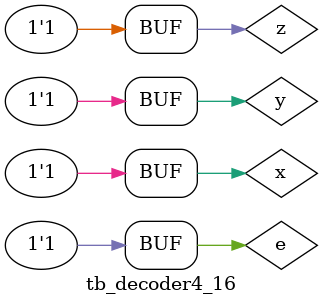
<source format=v>
`timescale 1ns / 1ps



module tb_decoder4_16();
wire [15:0]out;
reg e,x,y,z;
decoder4_16 dec(out,e,x,y,z);
initial 
begin
x=0;y=0;z=0;e=0;
#30 x=0;y=0;z=1;e=0;
#30 x=0;y=1;z=0;e=0;
#30 x=0;y=1;z=1;e=0;
#30 x=1;y=0;z=0;e=0;
#30 x=1;y=0;z=1;e=0;
#30 x=1;y=1;z=0;e=0;
#30 x=1;y=1;z=1;e=0;
#30 x=0;y=0;z=0;e=1;
#30 x=0;y=0;z=1;e=1;
#30 x=0;y=1;z=0;e=1;
#30 x=0;y=1;z=1;e=1;
#30 x=1;y=0;z=0;e=1;
#30 x=1;y=0;z=1;e=1;
#30 x=1;y=1;z=0;e=1;
#30 x=1;y=1;z=1;e=1;
end
endmodule

</source>
